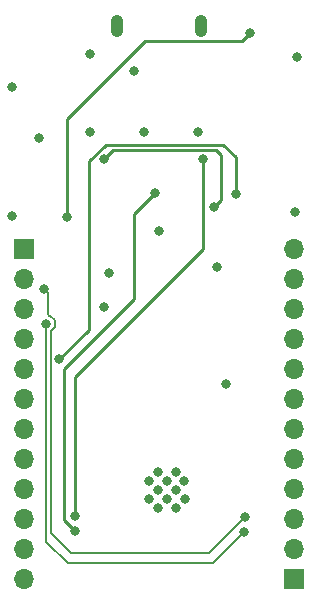
<source format=gbl>
G04 #@! TF.GenerationSoftware,KiCad,Pcbnew,(6.0.10)*
G04 #@! TF.CreationDate,2023-06-12T15:34:31-04:00*
G04 #@! TF.ProjectId,esp32_dev_board,65737033-325f-4646-9576-5f626f617264,rev?*
G04 #@! TF.SameCoordinates,Original*
G04 #@! TF.FileFunction,Copper,L4,Bot*
G04 #@! TF.FilePolarity,Positive*
%FSLAX46Y46*%
G04 Gerber Fmt 4.6, Leading zero omitted, Abs format (unit mm)*
G04 Created by KiCad (PCBNEW (6.0.10)) date 2023-06-12 15:34:31*
%MOMM*%
%LPD*%
G01*
G04 APERTURE LIST*
G04 #@! TA.AperFunction,ComponentPad*
%ADD10R,1.700000X1.700000*%
G04 #@! TD*
G04 #@! TA.AperFunction,ComponentPad*
%ADD11O,1.700000X1.700000*%
G04 #@! TD*
G04 #@! TA.AperFunction,ComponentPad*
%ADD12O,1.050000X1.900000*%
G04 #@! TD*
G04 #@! TA.AperFunction,ViaPad*
%ADD13C,0.800000*%
G04 #@! TD*
G04 #@! TA.AperFunction,Conductor*
%ADD14C,0.250000*%
G04 #@! TD*
G04 #@! TA.AperFunction,Conductor*
%ADD15C,0.203200*%
G04 #@! TD*
G04 APERTURE END LIST*
D10*
X157480000Y-109220000D03*
D11*
X157480000Y-111760000D03*
X157480000Y-114300000D03*
X157480000Y-116840000D03*
X157480000Y-119380000D03*
X157480000Y-121920000D03*
X157480000Y-124460000D03*
X157480000Y-127000000D03*
X157480000Y-129540000D03*
X157480000Y-132080000D03*
X157480000Y-134620000D03*
X157480000Y-137160000D03*
D12*
X172475000Y-90350000D03*
X165325000Y-90350000D03*
D10*
X180340000Y-137160000D03*
D11*
X180340000Y-134620000D03*
X180340000Y-132080000D03*
X180340000Y-129540000D03*
X180340000Y-127000000D03*
X180340000Y-124460000D03*
X180340000Y-121920000D03*
X180340000Y-119380000D03*
X180340000Y-116840000D03*
X180340000Y-114300000D03*
X180340000Y-111760000D03*
X180340000Y-109220000D03*
D13*
X168070000Y-130430000D03*
X158750000Y-99822000D03*
X173812200Y-110769400D03*
X168080000Y-128910000D03*
X168830000Y-128160000D03*
X164690000Y-111290000D03*
X163068000Y-99314000D03*
X164211000Y-114147600D03*
X180390800Y-106121200D03*
X180619400Y-92989400D03*
X166800000Y-94200000D03*
X163068000Y-92760800D03*
X174599600Y-120700800D03*
X170360000Y-131200000D03*
X168830000Y-131200000D03*
X169580000Y-130440000D03*
X156464000Y-106426000D03*
X171043600Y-128879600D03*
X170360000Y-128140000D03*
X170350000Y-129670000D03*
X172212000Y-99314000D03*
X169590000Y-128910000D03*
X156464000Y-95504000D03*
X167640000Y-99314000D03*
X171110000Y-130430000D03*
X168830000Y-129670000D03*
X168859200Y-107696000D03*
X176606200Y-90957400D03*
X161137600Y-106578400D03*
X164261800Y-101650800D03*
X173532800Y-105714800D03*
X159181800Y-112649000D03*
X176174400Y-131927600D03*
X159359600Y-115595400D03*
X176098200Y-133197600D03*
X175412400Y-104622600D03*
X160467100Y-118567200D03*
X172650000Y-101600000D03*
X161772600Y-131902200D03*
X161772600Y-133146800D03*
X168525000Y-104550000D03*
D14*
X161137600Y-98221800D02*
X161137600Y-106578400D01*
X176606200Y-90957400D02*
X175938600Y-91625000D01*
X167734400Y-91625000D02*
X161137600Y-98221800D01*
X175938600Y-91625000D02*
X167734400Y-91625000D01*
X164261800Y-101650800D02*
X165037600Y-100875000D01*
X174167800Y-105079800D02*
X173532800Y-105714800D01*
X174167800Y-101295200D02*
X174167800Y-105079800D01*
X165037600Y-100875000D02*
X173747600Y-100875000D01*
X173747600Y-100875000D02*
X174167800Y-101295200D01*
D15*
X159650213Y-114893800D02*
X160061200Y-115304787D01*
X159461200Y-114731800D02*
X159623200Y-114893800D01*
X159766000Y-116181213D02*
X159766000Y-133299200D01*
X159181800Y-112649000D02*
X159461200Y-112928400D01*
X159461200Y-112928400D02*
X159461200Y-114731800D01*
X160061200Y-115304787D02*
X160061200Y-115886013D01*
X160061200Y-115886013D02*
X159766000Y-116181213D01*
X173101000Y-135001000D02*
X176174400Y-131927600D01*
X161467800Y-135001000D02*
X173101000Y-135001000D01*
X159623200Y-114893800D02*
X159650213Y-114893800D01*
X159766000Y-133299200D02*
X161467800Y-135001000D01*
X173431200Y-135864600D02*
X161163000Y-135864600D01*
X159359600Y-134061200D02*
X159359600Y-115595400D01*
X176098200Y-133197600D02*
X173431200Y-135864600D01*
X161163000Y-135864600D02*
X159359600Y-134061200D01*
D14*
X175412400Y-104622600D02*
X175412400Y-101489095D01*
X162952600Y-101842400D02*
X162952600Y-116081700D01*
X164370000Y-100425000D02*
X162952600Y-101842400D01*
X175412400Y-101489095D02*
X174348305Y-100425000D01*
X174348305Y-100425000D02*
X164370000Y-100425000D01*
X162952600Y-116081700D02*
X160467100Y-118567200D01*
X161772600Y-131902200D02*
X161772600Y-120102400D01*
X161772600Y-120102400D02*
X172650000Y-109225000D01*
X172650000Y-109225000D02*
X172650000Y-101600000D01*
X161772600Y-133146800D02*
X160825000Y-132199200D01*
X166750000Y-106325000D02*
X168525000Y-104550000D01*
X160825000Y-132199200D02*
X160825000Y-119375000D01*
X160825000Y-119375000D02*
X166750000Y-113450000D01*
X166750000Y-113450000D02*
X166750000Y-106325000D01*
M02*

</source>
